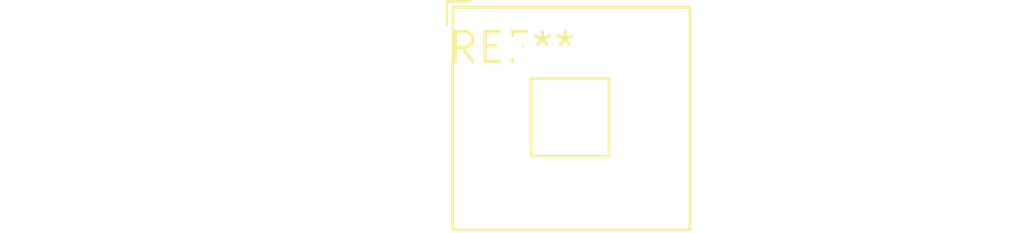
<source format=kicad_pcb>
(kicad_pcb (version 20240108) (generator pcbnew)
  (layers (0 "F.Cu" signal) (31 "B.Cu" signal) (34 "B.Paste" user) (35 "F.Paste" user) (36 "B.SilkS" user "B.Silkscreen") (37 "F.SilkS" user "F.Silkscreen") (38 "B.Mask" user) (39 "F.Mask" user) (44 "Edge.Cuts" user))
  (net 0 "")
  (footprint "SW_Push_2P1T_Toggle_CK_PVA1xxH1xxxxxxV2" (layer "F.Cu") (at 0 0)
    (property "Reference" "REF**")
    (property "Value" "SW_Push_2P1T_Toggle_CK_PVA1xxH1xxxxxxV2")
    (fp_line (start -2.77 -0.97) (end -2.77 -1.97) (layer "F.SilkS") (stroke (width 0.12)))
    (fp_line (start -2.52 7.72) (end -2.52 -1.72) (layer "F.SilkS") (stroke (width 0.12)))
    (fp_line (start -1.77 -1.97) (end -2.77 -1.97) (layer "F.SilkS") (stroke (width 0.12)))
    (fp_line (start 0.8 1.3) (end 0.8 4.6) (layer "F.SilkS") (stroke (width 0.12)))
    (fp_line (start 4.1 1.3) (end 0.8 1.3) (layer "F.SilkS") (stroke (width 0.12)))
    (fp_line (start 4.1 1.3) (end 4.1 4.6) (layer "F.SilkS") (stroke (width 0.12)))
    (fp_line (start 4.1 4.6) (end 0.8 4.6) (layer "F.SilkS") (stroke (width 0.12)))
    (fp_line (start 7.52 -1.72) (end -2.52 -1.72) (layer "F.SilkS") (stroke (width 0.12)))
    (fp_line (start 7.52 7.72) (end -2.52 7.72) (layer "F.SilkS") (stroke (width 0.12)))
    (fp_line (start 7.52 7.72) (end 7.52 -1.72) (layer "F.SilkS") (stroke (width 0.12)))
    (pad "1" thru_hole rect (at 0 0) (size 1.8 1.8) (drill 0.9) (layers *.Cu *.Mask) (remove_unused_layers))
    (pad "2" thru_hole circle (at 5 0) (size 1.8 1.8) (drill 0.9) (layers *.Cu *.Mask) (remove_unused_layers))
    (pad "3" thru_hole circle (at 0 6) (size 1.8 1.8) (drill 0.9) (layers *.Cu *.Mask) (remove_unused_layers))
    (pad "4" thru_hole circle (at 5 6) (size 1.8 1.8) (drill 0.9) (layers *.Cu *.Mask) (remove_unused_layers))
  )
)
</source>
